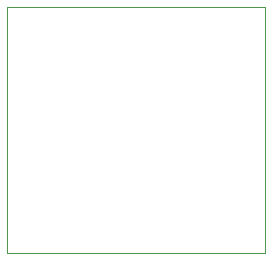
<source format=gbr>
G04 #@! TF.GenerationSoftware,KiCad,Pcbnew,5.1.2*
G04 #@! TF.CreationDate,2019-07-22T09:17:52-04:00*
G04 #@! TF.ProjectId,siot-node-current-clamp,73696f74-2d6e-46f6-9465-2d6375727265,rev?*
G04 #@! TF.SameCoordinates,Original*
G04 #@! TF.FileFunction,Profile,NP*
%FSLAX46Y46*%
G04 Gerber Fmt 4.6, Leading zero omitted, Abs format (unit mm)*
G04 Created by KiCad (PCBNEW 5.1.2) date 2019-07-22 09:17:52*
%MOMM*%
%LPD*%
G04 APERTURE LIST*
%ADD10C,0.050000*%
G04 APERTURE END LIST*
D10*
X107188000Y-50292000D02*
X107188000Y-71120000D01*
X129032000Y-50292000D02*
X107188000Y-50292000D01*
X129032000Y-71120000D02*
X129032000Y-50292000D01*
X107188000Y-71120000D02*
X129032000Y-71120000D01*
M02*

</source>
